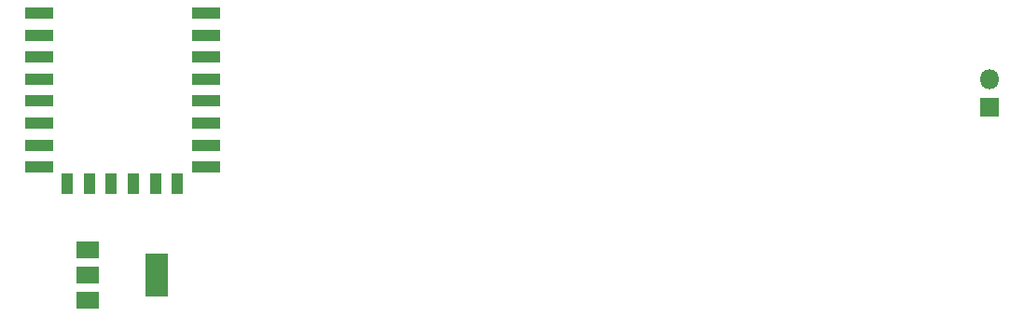
<source format=gbr>
%TF.GenerationSoftware,KiCad,Pcbnew,5.1.6+dfsg1-1*%
%TF.CreationDate,2020-09-16T13:14:45+02:00*%
%TF.ProjectId,esp-wireless-charging,6573702d-7769-4726-956c-6573732d6368,rev?*%
%TF.SameCoordinates,Original*%
%TF.FileFunction,Soldermask,Top*%
%TF.FilePolarity,Negative*%
%FSLAX46Y46*%
G04 Gerber Fmt 4.6, Leading zero omitted, Abs format (unit mm)*
G04 Created by KiCad (PCBNEW 5.1.6+dfsg1-1) date 2020-09-16 13:14:45*
%MOMM*%
%LPD*%
G01*
G04 APERTURE LIST*
%ADD10R,1.800000X1.800000*%
%ADD11O,1.800000X1.800000*%
%ADD12R,2.600000X1.100000*%
%ADD13R,1.100000X1.900000*%
%ADD14R,2.100000X3.900000*%
%ADD15R,2.100000X1.600000*%
G04 APERTURE END LIST*
D10*
%TO.C,J1*%
X181610000Y-64770000D03*
D11*
X181610000Y-62230000D03*
%TD*%
D12*
%TO.C,U1*%
X95270000Y-56190000D03*
X95270000Y-58190000D03*
X95270000Y-60190000D03*
X95270000Y-62190000D03*
X95270000Y-64190000D03*
X95270000Y-66190000D03*
X95270000Y-68190000D03*
X95270000Y-70190000D03*
D13*
X97870000Y-71690000D03*
X99870000Y-71690000D03*
X101870000Y-71690000D03*
X103870000Y-71690000D03*
X105870000Y-71690000D03*
X107870000Y-71690000D03*
D12*
X110470000Y-70190000D03*
X110470000Y-68190000D03*
X110470000Y-66190000D03*
X110470000Y-64190000D03*
X110470000Y-62190000D03*
X110470000Y-60190000D03*
X110470000Y-58190000D03*
X110470000Y-56190000D03*
%TD*%
D14*
%TO.C,U2*%
X106020000Y-80010000D03*
D15*
X99720000Y-80010000D03*
X99720000Y-82310000D03*
X99720000Y-77710000D03*
%TD*%
M02*

</source>
